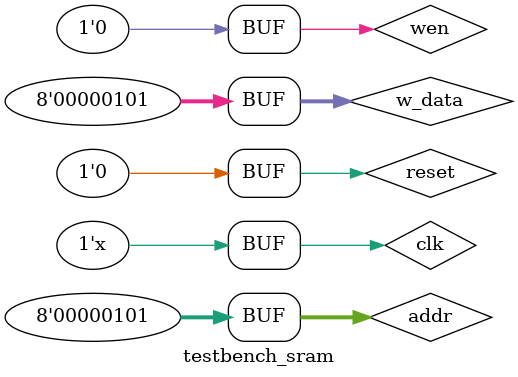
<source format=v>
`timescale 1ns / 1ps


module testbench_sram();
wire [7:0] read_data;
reg clk;
reg reset;
reg wen;
reg [7:0]w_data;
reg [7:0]addr;

simple_sram u1(.read_data(read_data),.reset(reset),.wen(wen),.w_data(w_data),.addr(addr),.clk(clk));
always #5 clk=~clk;
initial begin
clk=0;reset=1;#10;
reset=0;
w_data=8'h24;wen=1;addr=8'h04;#10;
w_data=8'h87;wen=1;addr=8'h03;#10;
w_data=8'h38;wen=1;addr=8'h05;#10;
w_data=8'h05;wen=1;addr=8'h07;#10;

wen=0;addr=8'h03;#10;
wen=0;addr=8'h04;#10;
wen=0;addr=8'h07;#10;
wen=0;addr=8'h05;#10;
end
endmodule

</source>
